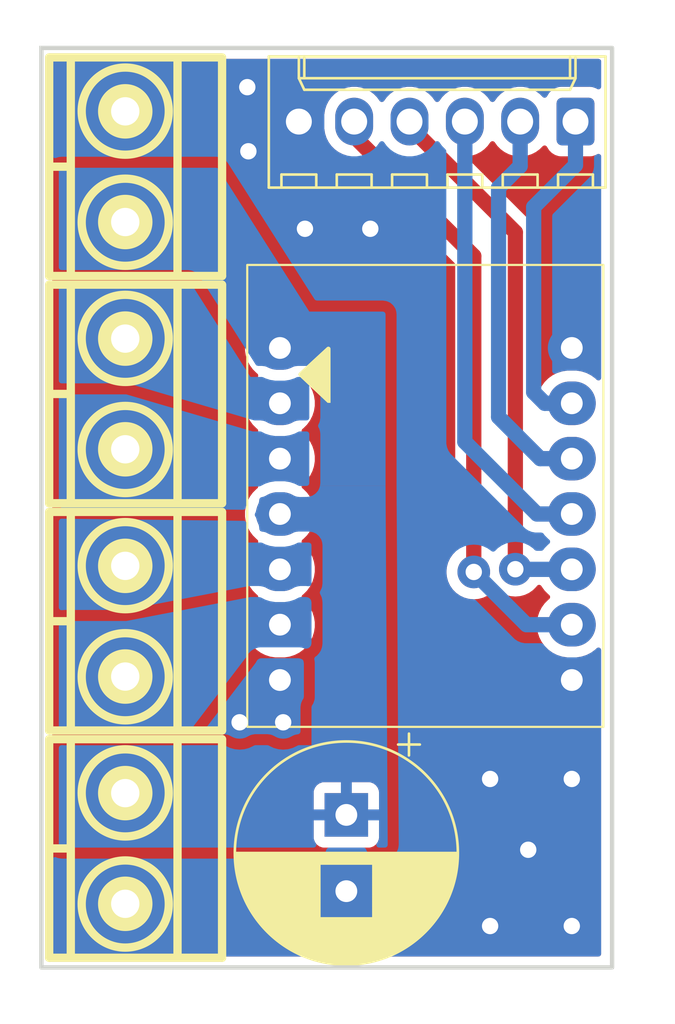
<source format=kicad_pcb>
(kicad_pcb (version 20240108) (generator "pcbnew") (generator_version "8.0")
  (layers (0 "F.Cu" signal) (31 "B.Cu" signal) (34 "B.Paste" user) (35 "F.Paste" user) (36 "B.SilkS" user "B.Silkscreen") (37 "F.SilkS" user "F.Silkscreen") (38 "B.Mask" user) (39 "F.Mask" user) (44 "Edge.Cuts" user))
  (net 0 "")
  (net 1 "GND")
  (net 2 "/VM")
  (net 3 "/IN_B2")
  (net 4 "/IN_B1")
  (net 5 "/VREF")
  (net 6 "/IN_A1")
  (net 7 "/IN_A2")
  (net 8 "/OUT_A1")
  (net 9 "/OUT_A2")
  (net 10 "/OUT_B1")
  (net 11 "/OUT_B2")
  (footprint "MixLib:Dual-Driver-Module" (layer "F.Cu") (at 152.65 96.76 180)
    (property "Reference" "U1" (hide yes))
    (property "Value" "Driver Module" (hide yes))
    (fp_rect (start -8.05 -10.5) (end 8.3 10.7) (stroke (width 0.1)) (fill none) (layer "F.SilkS"))
    (fp_poly (pts (xy 4.575 4.475) (xy 4.575 6.85) (xy 5.85 5.675)) (stroke (width 0.2)) (fill solid) (layer "F.SilkS"))
    (pad "1" thru_hole roundrect (at -6.6 -8.35 180) (size 2.2 2) (drill 1) (layers "*.Cu" "*.Mask") (roundrect_rratio 0.125) (net 1 "GND"))
    (pad "1" thru_hole oval (at -6.6 6.89 180) (size 2.2 2) (drill 1) (layers "*.Cu" "*.Mask") (net 1 "GND"))
    (pad "1" thru_hole roundrect (at 6.8 -8.35 180) (size 2.2 2) (drill 1) (layers "*.Cu" "*.Mask") (roundrect_rratio 0.125) (net 1 "GND"))
    (pad "2" thru_hole oval (at -6.6 -5.81 180) (size 2.2 2) (drill 1) (layers "*.Cu" "*.Mask") (net 3 "/IN_B2"))
    (pad "3" thru_hole oval (at -6.6 -3.27 180) (size 2.2 2) (drill 1) (layers "*.Cu" "*.Mask") (net 4 "/IN_B1"))
    (pad "4" thru_hole oval (at -6.6 -0.73 180) (size 2.2 2) (drill 1) (layers "*.Cu" "*.Mask") (net 5 "/VREF"))
    (pad "5" thru_hole oval (at -6.6 1.81 180) (size 2.2 2) (drill 1) (layers "*.Cu" "*.Mask") (net 7 "/IN_A2"))
    (pad "6" thru_hole oval (at -6.6 4.35 180) (size 2.2 2) (drill 1) (layers "*.Cu" "*.Mask") (net 6 "/IN_A1"))
    (pad "7" thru_hole oval (at 6.8 -5.81 180) (size 2.2 2) (drill 1) (layers "*.Cu" "*.Mask") (net 11 "/OUT_B2"))
    (pad "8" thru_hole oval (at 6.8 -3.27 180) (size 2.2 2) (drill 1) (layers "*.Cu" "*.Mask") (net 10 "/OUT_B1"))
    (pad "9" thru_hole oval (at 6.8 -0.73 180) (size 2.2 2) (drill 1) (layers "*.Cu" "*.Mask") (net 2 "/VM"))
    (pad "9" thru_hole oval (at 6.8 6.89 180) (size 2.2 2) (drill 1) (layers "*.Cu" "*.Mask") (net 2 "/VM"))
    (pad "10" thru_hole oval (at 6.8 1.81 180) (size 2.2 2) (drill 1) (layers "*.Cu" "*.Mask") (net 9 "/OUT_A2"))
    (pad "11" thru_hole oval (at 6.8 4.35 180) (size 2.2 2) (drill 1) (layers "*.Cu" "*.Mask") (net 8 "/OUT_A1"))
  )
  (footprint "EESTN5:BORNERA2_AZUL" (layer "F.Cu") (at 138.75 81.55 -90)
    (property "Reference" "J2" (hide yes))
    (property "Value" "Vout" (hide yes))
    (fp_line (start -4.9835 3.4925) (end 5.0165 3.4925) (stroke (width 0.381)) (layer "F.SilkS"))
    (fp_line (start 5.0165 3.4925) (end 5.0165 -4.445) (stroke (width 0.381)) (layer "F.SilkS"))
    (fp_line (start 0 2.54) (end 0 3.4845) (stroke (width 0.381)) (layer "F.SilkS"))
    (fp_line (start -5 2.5) (end 5 2.5) (stroke (width 0.381)) (layer "F.SilkS"))
    (fp_line (start -5 -2.4) (end 5 -2.4) (stroke (width 0.381)) (layer "F.SilkS"))
    (fp_line (start -5.0165 -4.445) (end -5.0165 3.4925) (stroke (width 0.381)) (layer "F.SilkS"))
    (fp_line (start 5.0165 -4.445) (end -4.9835 -4.445) (stroke (width 0.381)) (layer "F.SilkS"))
    (fp_circle (center -2.55 0) (end -0.55 0) (stroke (width 0.381)) (fill none) (layer "F.SilkS"))
    (fp_circle (center 2.55 0) (end 0.55 0) (stroke (width 0.381)) (fill none) (layer "F.SilkS"))
    (pad "1" thru_hole circle (at -2.54 0 270) (size 2.5 2.5) (drill 1.3) (layers "*.Cu" "*.Mask" "F.SilkS") (net 1 "GND"))
    (pad "2" thru_hole circle (at 2.54 0 270) (size 2.5 2.5) (drill 1.3) (layers "*.Cu" "*.Mask" "F.SilkS") (net 2 "/VM"))
  )
  (footprint "Connector_Molex:Molex_KK-254_AE-6410-06A_1x06_P2.54mm_Vertical" (layer "F.Cu") (at 159.42 79.48 180)
    (property "Reference" "J3" (hide yes))
    (property "Value" "Driver_pinout" (hide yes))
    (fp_line (start 14.08 2.99) (end 14.08 -3.03) (stroke (width 0.12)) (layer "F.SilkS"))
    (fp_line (start 14.08 -3.03) (end -1.38 -3.03) (stroke (width 0.12)) (layer "F.SilkS"))
    (fp_line (start 13.5 -2.43) (end 13.5 -3.03) (stroke (width 0.12)) (layer "F.SilkS"))
    (fp_line (start 12.7 1.99) (end 12.7 2.99) (stroke (width 0.12)) (layer "F.SilkS"))
    (fp_line (start 12.45 2.99) (end 12.45 1.99) (stroke (width 0.12)) (layer "F.SilkS"))
    (fp_line (start 12.45 1.46) (end 12.7 1.99) (stroke (width 0.12)) (layer "F.SilkS"))
    (fp_line (start 11.9 -2.43) (end 13.5 -2.43) (stroke (width 0.12)) (layer "F.SilkS"))
    (fp_line (start 11.9 -3.03) (end 11.9 -2.43) (stroke (width 0.12)) (layer "F.SilkS"))
    (fp_line (start 10.96 -2.43) (end 10.96 -3.03) (stroke (width 0.12)) (layer "F.SilkS"))
    (fp_line (start 9.36 -2.43) (end 10.96 -2.43) (stroke (width 0.12)) (layer "F.SilkS"))
    (fp_line (start 9.36 -3.03) (end 9.36 -2.43) (stroke (width 0.12)) (layer "F.SilkS"))
    (fp_line (start 8.42 -2.43) (end 8.42 -3.03) (stroke (width 0.12)) (layer "F.SilkS"))
    (fp_line (start 6.82 -2.43) (end 8.42 -2.43) (stroke (width 0.12)) (layer "F.SilkS"))
    (fp_line (start 6.82 -3.03) (end 6.82 -2.43) (stroke (width 0.12)) (layer "F.SilkS"))
    (fp_line (start 5.88 -2.43) (end 5.88 -3.03) (stroke (width 0.12)) (layer "F.SilkS"))
    (fp_line (start 4.28 -2.43) (end 5.88 -2.43) (stroke (width 0.12)) (layer "F.SilkS"))
    (fp_line (start 4.28 -3.03) (end 4.28 -2.43) (stroke (width 0.12)) (layer "F.SilkS"))
    (fp_line (start 3.34 -2.43) (end 3.34 -3.03) (stroke (width 0.12)) (layer "F.SilkS"))
    (fp_line (start 1.74 -2.43) (end 3.34 -2.43) (stroke (width 0.12)) (layer "F.SilkS"))
    (fp_line (start 1.74 -3.03) (end 1.74 -2.43) (stroke (width 0.12)) (layer "F.SilkS"))
    (fp_line (start 0.8 -2.43) (end 0.8 -3.03) (stroke (width 0.12)) (layer "F.SilkS"))
    (fp_line (start 0.25 2.99) (end 0.25 1.99) (stroke (width 0.12)) (layer "F.SilkS"))
    (fp_line (start 0.25 1.46) (end 12.45 1.46) (stroke (width 0.12)) (layer "F.SilkS"))
    (fp_line (start 0 2.99) (end 0 1.99) (stroke (width 0.12)) (layer "F.SilkS"))
    (fp_line (start 0 1.99) (end 12.7 1.99) (stroke (width 0.12)) (layer "F.SilkS"))
    (fp_line (start 0 1.99) (end 0.25 1.46) (stroke (width 0.12)) (layer "F.SilkS"))
    (fp_line (start -0.8 -2.43) (end 0.8 -2.43) (stroke (width 0.12)) (layer "F.SilkS"))
    (fp_line (start -0.8 -3.03) (end -0.8 -2.43) (stroke (width 0.12)) (layer "F.SilkS"))
    (fp_line (start -1.38 2.99) (end 14.08 2.99) (stroke (width 0.12)) (layer "F.SilkS"))
    (fp_line (start -1.38 -3.03) (end -1.38 2.99) (stroke (width 0.12)) (layer "F.SilkS"))
    (fp_line (start -1.67 -2) (end -1.67 2) (stroke (width 0.12)) (layer "F.SilkS"))
    (pad "1" thru_hole roundrect (at 0 0 180) (size 1.74 2.19) (drill 1.19) (layers "*.Cu" "*.Mask") (roundrect_rratio 0.143678) (net 6 "/IN_A1"))
    (pad "2" thru_hole oval (at 2.54 0 180) (size 1.74 2.19) (drill 1.19) (layers "*.Cu" "*.Mask") (net 7 "/IN_A2"))
    (pad "3" thru_hole oval (at 5.08 0 180) (size 1.74 2.19) (drill 1.19) (layers "*.Cu" "*.Mask") (net 5 "/VREF"))
    (pad "4" thru_hole oval (at 7.62 0 180) (size 1.74 2.19) (drill 1.19) (layers "*.Cu" "*.Mask") (net 4 "/IN_B1"))
    (pad "5" thru_hole oval (at 10.16 0 180) (size 1.74 2.19) (drill 1.19) (layers "*.Cu" "*.Mask") (net 3 "/IN_B2"))
    (pad "6" thru_hole oval (at 12.7 0 180) (size 1.74 2.19) (drill 1.19) (layers "*.Cu" "*.Mask") (net 1 "GND"))
  )
  (footprint "EESTN5:BORNERA2_AZUL" (layer "F.Cu") (at 138.75 102.41 -90)
    (property "Reference" "J5" (hide yes))
    (property "Value" "MotorB" (hide yes))
    (fp_line (start -4.9835 3.4925) (end 5.0165 3.4925) (stroke (width 0.381)) (layer "F.SilkS"))
    (fp_line (start 5.0165 3.4925) (end 5.0165 -4.445) (stroke (width 0.381)) (layer "F.SilkS"))
    (fp_line (start 0 2.54) (end 0 3.4845) (stroke (width 0.381)) (layer "F.SilkS"))
    (fp_line (start -5 2.5) (end 5 2.5) (stroke (width 0.381)) (layer "F.SilkS"))
    (fp_line (start -5 -2.4) (end 5 -2.4) (stroke (width 0.381)) (layer "F.SilkS"))
    (fp_line (start -5.0165 -4.445) (end -5.0165 3.4925) (stroke (width 0.381)) (layer "F.SilkS"))
    (fp_line (start 5.0165 -4.445) (end -4.9835 -4.445) (stroke (width 0.381)) (layer "F.SilkS"))
    (fp_circle (center -2.55 0) (end -0.55 0) (stroke (width 0.381)) (fill none) (layer "F.SilkS"))
    (fp_circle (center 2.55 0) (end 0.55 0) (stroke (width 0.381)) (fill none) (layer "F.SilkS"))
    (pad "1" thru_hole circle (at -2.54 0 270) (size 2.5 2.5) (drill 1.3) (layers "*.Cu" "*.Mask" "F.SilkS") (net 10 "/OUT_B1"))
    (pad "2" thru_hole circle (at 2.54 0 270) (size 2.5 2.5) (drill 1.3) (layers "*.Cu" "*.Mask" "F.SilkS") (net 11 "/OUT_B2"))
  )
  (footprint "EESTN5:BORNERA2_AZUL" (layer "F.Cu") (at 138.75 112.84 -90)
    (property "Reference" "J1" (hide yes))
    (property "Value" "Vin" (hide yes))
    (fp_line (start -4.9835 3.4925) (end 5.0165 3.4925) (stroke (width 0.381)) (layer "F.SilkS"))
    (fp_line (start 5.0165 3.4925) (end 5.0165 -4.445) (stroke (width 0.381)) (layer "F.SilkS"))
    (fp_line (start 0 2.54) (end 0 3.4845) (stroke (width 0.381)) (layer "F.SilkS"))
    (fp_line (start -5 2.5) (end 5 2.5) (stroke (width 0.381)) (layer "F.SilkS"))
    (fp_line (start -5 -2.4) (end 5 -2.4) (stroke (width 0.381)) (layer "F.SilkS"))
    (fp_line (start -5.0165 -4.445) (end -5.0165 3.4925) (stroke (width 0.381)) (layer "F.SilkS"))
    (fp_line (start 5.0165 -4.445) (end -4.9835 -4.445) (stroke (width 0.381)) (layer "F.SilkS"))
    (fp_circle (center -2.55 0) (end -0.55 0) (stroke (width 0.381)) (fill none) (layer "F.SilkS"))
    (fp_circle (center 2.55 0) (end 0.55 0) (stroke (width 0.381)) (fill none) (layer "F.SilkS"))
    (pad "1" thru_hole circle (at -2.54 0 270) (size 2.5 2.5) (drill 1.3) (layers "*.Cu" "*.Mask" "F.SilkS") (net 2 "/VM"))
    (pad "2" thru_hole circle (at 2.54 0 270) (size 2.5 2.5) (drill 1.3) (layers "*.Cu" "*.Mask" "F.SilkS") (net 1 "GND"))
  )
  (footprint "EESTN5:BORNERA2_AZUL" (layer "F.Cu") (at 138.75 91.98 -90)
    (property "Reference" "J4" (hide yes))
    (property "Value" "MotorA" (hide yes))
    (fp_line (start -4.9835 3.4925) (end 5.0165 3.4925) (stroke (width 0.381)) (layer "F.SilkS"))
    (fp_line (start 5.0165 3.4925) (end 5.0165 -4.445) (stroke (width 0.381)) (layer "F.SilkS"))
    (fp_line (start 0 2.54) (end 0 3.4845) (stroke (width 0.381)) (layer "F.SilkS"))
    (fp_line (start -5 2.5) (end 5 2.5) (stroke (width 0.381)) (layer "F.SilkS"))
    (fp_line (start -5 -2.4) (end 5 -2.4) (stroke (width 0.381)) (layer "F.SilkS"))
    (fp_line (start -5.0165 -4.445) (end -5.0165 3.4925) (stroke (width 0.381)) (layer "F.SilkS"))
    (fp_line (start 5.0165 -4.445) (end -4.9835 -4.445) (stroke (width 0.381)) (layer "F.SilkS"))
    (fp_circle (center -2.55 0) (end -0.55 0) (stroke (width 0.381)) (fill none) (layer "F.SilkS"))
    (fp_circle (center 2.55 0) (end 0.55 0) (stroke (width 0.381)) (fill none) (layer "F.SilkS"))
    (pad "1" thru_hole circle (at -2.54 0 270) (size 2.5 2.5) (drill 1.3) (layers "*.Cu" "*.Mask" "F.SilkS") (net 8 "/OUT_A1"))
    (pad "2" thru_hole circle (at 2.54 0 270) (size 2.5 2.5) (drill 1.3) (layers "*.Cu" "*.Mask" "F.SilkS") (net 9 "/OUT_A2"))
  )
  (footprint "Capacitor_THT:CP_Radial_D10.0mm_P3.50mm" (layer "F.Cu") (at 148.9 111.3 -90)
    (property "Reference" "C1" (hide yes))
    (property "Value" "220uF" (hide yes))
    (fp_line (start 2.27 1.241) (end 2.27 5.054) (stroke (width 0.12)) (layer "F.SilkS"))
    (fp_line (start 2.31 1.241) (end 2.31 5.05) (stroke (width 0.12)) (layer "F.SilkS"))
    (fp_line (start 2.35 1.241) (end 2.35 5.045) (stroke (width 0.12)) (layer "F.SilkS"))
    (fp_line (start 2.39 1.241) (end 2.39 5.04) (stroke (width 0.12)) (layer "F.SilkS"))
    (fp_line (start 2.43 1.241) (end 2.43 5.035) (stroke (width 0.12)) (layer "F.SilkS"))
    (fp_line (start 2.471 1.241) (end 2.471 5.03) (stroke (width 0.12)) (layer "F.SilkS"))
    (fp_line (start 2.511 1.241) (end 2.511 5.024) (stroke (width 0.12)) (layer "F.SilkS"))
    (fp_line (start 2.551 1.241) (end 2.551 5.018) (stroke (width 0.12)) (layer "F.SilkS"))
    (fp_line (start 2.591 1.241) (end 2.591 5.011) (stroke (width 0.12)) (layer "F.SilkS"))
    (fp_line (start 2.631 1.241) (end 2.631 5.004) (stroke (width 0.12)) (layer "F.SilkS"))
    (fp_line (start 2.671 1.241) (end 2.671 4.997) (stroke (width 0.12)) (layer "F.SilkS"))
    (fp_line (start 2.711 1.241) (end 2.711 4.99) (stroke (width 0.12)) (layer "F.SilkS"))
    (fp_line (start 2.751 1.241) (end 2.751 4.982) (stroke (width 0.12)) (layer "F.SilkS"))
    (fp_line (start 2.791 1.241) (end 2.791 4.974) (stroke (width 0.12)) (layer "F.SilkS"))
    (fp_line (start 2.831 1.241) (end 2.831 4.965) (stroke (width 0.12)) (layer "F.SilkS"))
    (fp_line (start 2.871 1.241) (end 2.871 4.956) (stroke (width 0.12)) (layer "F.SilkS"))
    (fp_line (start 2.911 1.241) (end 2.911 4.947) (stroke (width 0.12)) (layer "F.SilkS"))
    (fp_line (start 2.951 1.241) (end 2.951 4.938) (stroke (width 0.12)) (layer "F.SilkS"))
    (fp_line (start 2.991 1.241) (end 2.991 4.928) (stroke (width 0.12)) (layer "F.SilkS"))
    (fp_line (start 3.031 1.241) (end 3.031 4.918) (stroke (width 0.12)) (layer "F.SilkS"))
    (fp_line (start 3.071 1.241) (end 3.071 4.907) (stroke (width 0.12)) (layer "F.SilkS"))
    (fp_line (start 3.111 1.241) (end 3.111 4.897) (stroke (width 0.12)) (layer "F.SilkS"))
    (fp_line (start 3.151 1.241) (end 3.151 4.885) (stroke (width 0.12)) (layer "F.SilkS"))
    (fp_line (start 3.191 1.241) (end 3.191 4.874) (stroke (width 0.12)) (layer "F.SilkS"))
    (fp_line (start 3.231 1.241) (end 3.231 4.862) (stroke (width 0.12)) (layer "F.SilkS"))
    (fp_line (start 3.271 1.241) (end 3.271 4.85) (stroke (width 0.12)) (layer "F.SilkS"))
    (fp_line (start 3.311 1.241) (end 3.311 4.837) (stroke (width 0.12)) (layer "F.SilkS"))
    (fp_line (start 3.351 1.241) (end 3.351 4.824) (stroke (width 0.12)) (layer "F.SilkS"))
    (fp_line (start 3.391 1.241) (end 3.391 4.811) (stroke (width 0.12)) (layer "F.SilkS"))
    (fp_line (start 3.431 1.241) (end 3.431 4.797) (stroke (width 0.12)) (layer "F.SilkS"))
    (fp_line (start 3.471 1.241) (end 3.471 4.783) (stroke (width 0.12)) (layer "F.SilkS"))
    (fp_line (start 3.511 1.241) (end 3.511 4.768) (stroke (width 0.12)) (layer "F.SilkS"))
    (fp_line (start 3.551 1.241) (end 3.551 4.754) (stroke (width 0.12)) (layer "F.SilkS"))
    (fp_line (start 3.591 1.241) (end 3.591 4.738) (stroke (width 0.12)) (layer "F.SilkS"))
    (fp_line (start 3.631 1.241) (end 3.631 4.723) (stroke (width 0.12)) (layer "F.SilkS"))
    (fp_line (start 3.671 1.241) (end 3.671 4.707) (stroke (width 0.12)) (layer "F.SilkS"))
    (fp_line (start 3.711 1.241) (end 3.711 4.69) (stroke (width 0.12)) (layer "F.SilkS"))
    (fp_line (start 3.751 1.241) (end 3.751 4.674) (stroke (width 0.12)) (layer "F.SilkS"))
    (fp_line (start 3.791 1.241) (end 3.791 4.657) (stroke (width 0.12)) (layer "F.SilkS"))
    (fp_line (start 3.831 1.241) (end 3.831 4.639) (stroke (width 0.12)) (layer "F.SilkS"))
    (fp_line (start 3.871 1.241) (end 3.871 4.621) (stroke (width 0.12)) (layer "F.SilkS"))
    (fp_line (start 3.911 1.241) (end 3.911 4.603) (stroke (width 0.12)) (layer "F.SilkS"))
    (fp_line (start 3.951 1.241) (end 3.951 4.584) (stroke (width 0.12)) (layer "F.SilkS"))
    (fp_line (start 3.991 1.241) (end 3.991 4.564) (stroke (width 0.12)) (layer "F.SilkS"))
    (fp_line (start 4.031 1.241) (end 4.031 4.545) (stroke (width 0.12)) (layer "F.SilkS"))
    (fp_line (start 4.071 1.241) (end 4.071 4.525) (stroke (width 0.12)) (layer "F.SilkS"))
    (fp_line (start 4.111 1.241) (end 4.111 4.504) (stroke (width 0.12)) (layer "F.SilkS"))
    (fp_line (start 4.151 1.241) (end 4.151 4.483) (stroke (width 0.12)) (layer "F.SilkS"))
    (fp_line (start 4.191 1.241) (end 4.191 4.462) (stroke (width 0.12)) (layer "F.SilkS"))
    (fp_line (start 4.231 1.241) (end 4.231 4.44) (stroke (width 0.12)) (layer "F.SilkS"))
    (fp_line (start 4.271 1.241) (end 4.271 4.417) (stroke (width 0.12)) (layer "F.SilkS"))
    (fp_line (start 4.311 1.241) (end 4.311 4.395) (stroke (width 0.12)) (layer "F.SilkS"))
    (fp_line (start 4.351 1.241) (end 4.351 4.371) (stroke (width 0.12)) (layer "F.SilkS"))
    (fp_line (start 4.391 1.241) (end 4.391 4.347) (stroke (width 0.12)) (layer "F.SilkS"))
    (fp_line (start 4.431 1.241) (end 4.431 4.323) (stroke (width 0.12)) (layer "F.SilkS"))
    (fp_line (start 4.471 1.241) (end 4.471 4.298) (stroke (width 0.12)) (layer "F.SilkS"))
    (fp_line (start 4.511 1.241) (end 4.511 4.273) (stroke (width 0.12)) (layer "F.SilkS"))
    (fp_line (start 4.551 1.241) (end 4.551 4.247) (stroke (width 0.12)) (layer "F.SilkS"))
    (fp_line (start 4.591 1.241) (end 4.591 4.221) (stroke (width 0.12)) (layer "F.SilkS"))
    (fp_line (start 4.631 1.241) (end 4.631 4.194) (stroke (width 0.12)) (layer "F.SilkS"))
    (fp_line (start 4.671 1.241) (end 4.671 4.166) (stroke (width 0.12)) (layer "F.SilkS"))
    (fp_line (start 4.711 1.241) (end 4.711 4.138) (stroke (width 0.12)) (layer "F.SilkS"))
    (fp_line (start 6.831 -0.599) (end 6.831 0.599) (stroke (width 0.12)) (layer "F.SilkS"))
    (fp_line (start 6.791 -0.862) (end 6.791 0.862) (stroke (width 0.12)) (layer "F.SilkS"))
    (fp_line (start 6.751 -1.062) (end 6.751 1.062) (stroke (width 0.12)) (layer "F.SilkS"))
    (fp_line (start 6.711 -1.23) (end 6.711 1.23) (stroke (width 0.12)) (layer "F.SilkS"))
    (fp_line (start 6.671 -1.378) (end 6.671 1.378) (stroke (width 0.12)) (layer "F.SilkS"))
    (fp_line (start 6.631 -1.51) (end 6.631 1.51) (stroke (width 0.12)) (layer "F.SilkS"))
    (fp_line (start 6.591 -1.63) (end 6.591 1.63) (stroke (width 0.12)) (layer "F.SilkS"))
    (fp_line (start 6.551 -1.742) (end 6.551 1.742) (stroke (width 0.12)) (layer "F.SilkS"))
    (fp_line (start 6.511 -1.846) (end 6.511 1.846) (stroke (width 0.12)) (layer "F.SilkS"))
    (fp_line (start 6.471 -1.944) (end 6.471 1.944) (stroke (width 0.12)) (layer "F.SilkS"))
    (fp_line (start 6.431 -2.037) (end 6.431 2.037) (stroke (width 0.12)) (layer "F.SilkS"))
    (fp_line (start 6.391 -2.125) (end 6.391 2.125) (stroke (width 0.12)) (layer "F.SilkS"))
    (fp_line (start 6.351 -2.209) (end 6.351 2.209) (stroke (width 0.12)) (layer "F.SilkS"))
    (fp_line (start 6.311 -2.289) (end 6.311 2.289) (stroke (width 0.12)) (layer "F.SilkS"))
    (fp_line (start 6.271 -2.365) (end 6.271 2.365) (stroke (width 0.12)) (layer "F.SilkS"))
    (fp_line (start 6.231 -2.439) (end 6.231 2.439) (stroke (width 0.12)) (layer "F.SilkS"))
    (fp_line (start 6.191 -2.51) (end 6.191 2.51) (stroke (width 0.12)) (layer "F.SilkS"))
    (fp_line (start 6.151 -2.579) (end 6.151 2.579) (stroke (width 0.12)) (layer "F.SilkS"))
    (fp_line (start 6.111 -2.645) (end 6.111 2.645) (stroke (width 0.12)) (layer "F.SilkS"))
    (fp_line (start 6.071 -2.709) (end 6.071 2.709) (stroke (width 0.12)) (layer "F.SilkS"))
    (fp_line (start 6.031 -2.77) (end 6.031 2.77) (stroke (width 0.12)) (layer "F.SilkS"))
    (fp_line (start 5.991 -2.83) (end 5.991 2.83) (stroke (width 0.12)) (layer "F.SilkS"))
    (fp_line (start -3.729646 -2.875) (end -2.729646 -2.875) (stroke (width 0.12)) (layer "F.SilkS"))
    (fp_line (start 5.951 -2.889) (end 5.951 2.889) (stroke (width 0.12)) (layer "F.SilkS"))
    (fp_line (start 5.911 -2.945) (end 5.911 2.945) (stroke (width 0.12)) (layer "F.SilkS"))
    (fp_line (start 5.871 -3) (end 5.871 3) (stroke (width 0.12)) (layer "F.SilkS"))
    (fp_line (start 5.831 -3.054) (end 5.831 3.054) (stroke (width 0.12)) (layer "F.SilkS"))
    (fp_line (start 5.791 -3.106) (end 5.791 3.106) (stroke (width 0.12)) (layer "F.SilkS"))
    (fp_line (start 5.751 -3.156) (end 5.751 3.156) (stroke (width 0.12)) (layer "F.SilkS"))
    (fp_line (start 5.711 -3.206) (end 5.711 3.206) (stroke (width 0.12)) (layer "F.SilkS"))
    (fp_line (start 5.671 -3.254) (end 5.671 3.254) (stroke (width 0.12)) (layer "F.SilkS"))
    (fp_line (start 5.631 -3.301) (end 5.631 3.301) (stroke (width 0.12)) (layer "F.SilkS"))
    (fp_line (start 5.591 -3.347) (end 5.591 3.347) (stroke (width 0.12)) (layer "F.SilkS"))
    (fp_line (start -3.229646 -3.375) (end -3.229646 -2.375) (stroke (width 0.12)) (layer "F.SilkS"))
    (fp_line (start 5.551 -3.392) (end 5.551 3.392) (stroke (width 0.12)) (layer "F.SilkS"))
    (fp_line (start 5.511 -3.436) (end 5.511 3.436) (stroke (width 0.12)) (layer "F.SilkS"))
    (fp_line (start 5.471 -3.478) (end 5.471 3.478) (stroke (width 0.12)) (layer "F.SilkS"))
    (fp_line (start 5.431 -3.52) (end 5.431 3.52) (stroke (width 0.12)) (layer "F.SilkS"))
    (fp_line (start 5.391 -3.561) (end 5.391 3.561) (stroke (width 0.12)) (layer "F.SilkS"))
    (fp_line (start 5.351 -3.601) (end 5.351 3.601) (stroke (width 0.12)) (layer "F.SilkS"))
    (fp_line (start 5.311 -3.64) (end 5.311 3.64) (stroke (width 0.12)) (layer "F.SilkS"))
    (fp_line (start 5.271 -3.679) (end 5.271 3.679) (stroke (width 0.12)) (layer "F.SilkS"))
    (fp_line (start 5.231 -3.716) (end 5.231 3.716) (stroke (width 0.12)) (layer "F.SilkS"))
    (fp_line (start 5.191 -3.753) (end 5.191 3.753) (stroke (width 0.12)) (layer "F.SilkS"))
    (fp_line (start 5.151 -3.789) (end 5.151 3.789) (stroke (width 0.12)) (layer "F.SilkS"))
    (fp_line (start 5.111 -3.824) (end 5.111 3.824) (stroke (width 0.12)) (layer "F.SilkS"))
    (fp_line (start 5.071 -3.858) (end 5.071 3.858) (stroke (width 0.12)) (layer "F.SilkS"))
    (fp_line (start 5.031 -3.892) (end 5.031 3.892) (stroke (width 0.12)) (layer "F.SilkS"))
    (fp_line (start 4.991 -3.925) (end 4.991 3.925) (stroke (width 0.12)) (layer "F.SilkS"))
    (fp_line (start 4.951 -3.957) (end 4.951 3.957) (stroke (width 0.12)) (layer "F.SilkS"))
    (fp_line (start 4.911 -3.989) (end 4.911 3.989) (stroke (width 0.12)) (layer "F.SilkS"))
    (fp_line (start 4.871 -4.02) (end 4.871 4.02) (stroke (width 0.12)) (layer "F.SilkS"))
    (fp_line (start 4.831 -4.05) (end 4.831 4.05) (stroke (width 0.12)) (layer "F.SilkS"))
    (fp_line (start 4.791 -4.08) (end 4.791 4.08) (stroke (width 0.12)) (layer "F.SilkS"))
    (fp_line (start 4.751 -4.11) (end 4.751 4.11) (stroke (width 0.12)) (layer "F.SilkS"))
    (fp_line (start 4.711 -4.138) (end 4.711 -1.241) (stroke (width 0.12)) (layer "F.SilkS"))
    (fp_line (start 4.671 -4.166) (end 4.671 -1.241) (stroke (width 0.12)) (layer "F.SilkS"))
    (fp_line (start 4.631 -4.194) (end 4.631 -1.241) (stroke (width 0.12)) (layer "F.SilkS"))
    (fp_line (start 4.591 -4.221) (end 4.591 -1.241) (stroke (width 0.12)) (layer "F.SilkS"))
    (fp_line (start 4.551 -4.247) (end 4.551 -1.241) (stroke (width 0.12)) (layer "F.SilkS"))
    (fp_line (start 4.511 -4.273) (end 4.511 -1.241) (stroke (width 0.12)) (layer "F.SilkS"))
    (fp_line (start 4.471 -4.298) (end 4.471 -1.241) (stroke (width 0.12)) (layer "F.SilkS"))
    (fp_line (start 4.431 -4.323) (end 4.431 -1.241) (stroke (width 0.12)) (layer "F.SilkS"))
    (fp_line (start 4.391 -4.347) (end 4.391 -1.241) (stroke (width 0.12)) (layer "F.SilkS"))
    (fp_line (start 4.351 -4.371) (end 4.351 -1.241) (stroke (width 0.12)) (layer "F.SilkS"))
    (fp_line (start 4.311 -4.395) (end 4.311 -1.241) (stroke (width 0.12)) (layer "F.SilkS"))
    (fp_line (start 4.271 -4.417) (end 4.271 -1.241) (stroke (width 0.12)) (layer "F.SilkS"))
    (fp_line (start 4.231 -4.44) (end 4.231 -1.241) (stroke (width 0.12)) (layer "F.SilkS"))
    (fp_line (start 4.191 -4.462) (end 4.191 -1.241) (stroke (width 0.12)) (layer "F.SilkS"))
    (fp_line (start 4.151 -4.483) (end 4.151 -1.241) (stroke (width 0.12)) (layer "F.SilkS"))
    (fp_line (start 4.111 -4.504) (end 4.111 -1.241) (stroke (width 0.12)) (layer "F.SilkS"))
    (fp_line (start 4.071 -4.525) (end 4.071 -1.241) (stroke (width 0.12)) (layer "F.SilkS"))
    (fp_line (start 4.031 -4.545) (end 4.031 -1.241) (stroke (width 0.12)) (layer "F.SilkS"))
    (fp_line (start 3.991 -4.564) (end 3.991 -1.241) (stroke (width 0.12)) (layer "F.SilkS"))
    (fp_line (start 3.951 -4.584) (end 3.951 -1.241) (stroke (width 0.12)) (layer "F.SilkS"))
    (fp_line (start 3.911 -4.603) (end 3.911 -1.241) (stroke (width 0.12)) (layer "F.SilkS"))
    (fp_line (start 3.871 -4.621) (end 3.871 -1.241) (stroke (width 0.12)) (layer "F.SilkS"))
    (fp_line (start 3.831 -4.639) (end 3.831 -1.241) (stroke (width 0.12)) (layer "F.SilkS"))
    (fp_line (start 3.791 -4.657) (end 3.791 -1.241) (stroke (width 0.12)) (layer "F.SilkS"))
    (fp_line (start 3.751 -4.674) (end 3.751 -1.241) (stroke (width 0.12)) (layer "F.SilkS"))
    (fp_line (start 3.711 -4.69) (end 3.711 -1.241) (stroke (width 0.12)) (layer "F.SilkS"))
    (fp_line (start 3.671 -4.707) (end 3.671 -1.241) (stroke (width 0.12)) (layer "F.SilkS"))
    (fp_line (start 3.631 -4.723) (end 3.631 -1.241) (stroke (width 0.12)) (layer "F.SilkS"))
    (fp_line (start 3.591 -4.738) (end 3.591 -1.241) (stroke (width 0.12)) (layer "F.SilkS"))
    (fp_line (start 3.551 -4.754) (end 3.551 -1.241) (stroke (width 0.12)) (layer "F.SilkS"))
    (fp_line (start 3.511 -4.768) (end 3.511 -1.241) (stroke (width 0.12)) (layer "F.SilkS"))
    (fp_line (start 3.471 -4.783) (end 3.471 -1.241) (stroke (width 0.12)) (layer "F.SilkS"))
    (fp_line (start 3.431 -4.797) (end 3.431 -1.241) (stroke (width 0.12)) (layer "F.SilkS"))
    (fp_line (start 3.391 -4.811) (end 3.391 -1.241) (stroke (width 0.12)) (layer "F.SilkS"))
    (fp_line (start 3.351 -4.824) (end 3.351 -1.241) (stroke (width 0.12)) (layer "F.SilkS"))
    (fp_line (start 3.311 -4.837) (end 3.311 -1.241) (stroke (width 0.12)) (layer "F.SilkS"))
    (fp_line (start 3.271 -4.85) (end 3.271 -1.241) (stroke (width 0.12)) (layer "F.SilkS"))
    (fp_line (start 3.231 -4.862) (end 3.231 -1.241) (stroke (width 0.12)) (layer "F.SilkS"))
    (fp_line (start 3.191 -4.874) (end 3.191 -1.241) (stroke (width 0.12)) (layer "F.SilkS"))
    (fp_line (start 3.151 -4.885) (end 3.151 -1.241) (stroke (width 0.12)) (layer "F.SilkS"))
    (fp_line (start 3.111 -4.897) (end 3.111 -1.241) (stroke (width 0.12)) (layer "F.SilkS"))
    (fp_line (start 3.071 -4.907) (end 3.071 -1.241) (stroke (width 0.12)) (layer "F.SilkS"))
    (fp_line (start 3.031 -4.918) (end 3.031 -1.241) (stroke (width 0.12)) (layer "F.SilkS"))
    (fp_line (start 2.991 -4.928) (end 2.991 -1.241) (stroke (width 0.12)) (layer "F.SilkS"))
    (fp_line (start 2.951 -4.938) (end 2.951 -1.241) (stroke (width 0.12)) (layer "F.SilkS"))
    (fp_line (start 2.911 -4.947) (end 2.911 -1.241) (stroke (width 0.12)) (layer "F.SilkS"))
    (fp_line (start 2.871 -4.956) (end 2.871 -1.241) (stroke (width 0.12)) (layer "F.SilkS"))
    (fp_line (start 2.831 -4.965) (end 2.831 -1.241) (stroke (width 0.12)) (layer "F.SilkS"))
    (fp_line (start 2.791 -4.974) (end 2.791 -1.241) (stroke (width 0.12)) (layer "F.SilkS"))
    (fp_line (start 2.751 -4.982) (end 2.751 -1.241) (stroke (width 0.12)) (layer "F.SilkS"))
    (fp_line (start 2.711 -4.99) (end 2.711 -1.241) (stroke (width 0.12)) (layer "F.SilkS"))
    (fp_line (start 2.671 -4.997) (end 2.671 -1.241) (stroke (width 0.12)) (layer "F.SilkS"))
    (fp_line (start 2.631 -5.004) (end 2.631 -1.241) (stroke (width 0.12)) (layer "F.SilkS"))
    (fp_line (start 2.591 -5.011) (end 2.591 -1.241) (stroke (width 0.12)) (layer "F.SilkS"))
    (fp_line (start 2.551 -5.018) (end 2.551 -1.241) (stroke (width 0.12)) (layer "F.SilkS"))
    (fp_line (start 2.511 -5.024) (end 2.511 -1.241) (stroke (width 0.12)) (layer "F.SilkS"))
    (fp_line (start 2.471 -5.03) (end 2.471 -1.241) (stroke (width 0.12)) (layer "F.SilkS"))
    (fp_line (start 2.43 -5.035) (end 2.43 -1.241) (stroke (width 0.12)) (layer "F.SilkS"))
    (fp_line (start 2.39 -5.04) (end 2.39 -1.241) (stroke (width 0.12)) (layer "F.SilkS"))
    (fp_line (start 2.35 -5.045) (end 2.35 -1.241) (stroke (width 0.12)) (layer "F.SilkS"))
    (fp_line (start 2.31 -5.05) (end 2.31 -1.241) (stroke (width 0.12)) (layer "F.SilkS"))
    (fp_line (start 2.27 -5.054) (end 2.27 -1.241) (stroke (width 0.12)) (layer "F.SilkS"))
    (fp_line (start 2.23 -5.058) (end 2.23 5.058) (stroke (width 0.12)) (layer "F.SilkS"))
    (fp_line (start 2.19 -5.062) (end 2.19 5.062) (stroke (width 0.12)) (layer "F.SilkS"))
    (fp_line (start 2.15 -5.065) (end 2.15 5.065) (stroke (width 0.12)) (layer "F.SilkS"))
    (fp_line (start 2.11 -5.068) (end 2.11 5.068) (stroke (width 0.12)) (layer "F.SilkS"))
    (fp_line (start 2.07 -5.07) (end 2.07 5.07) (stroke (width 0.12)) (layer "F.SilkS"))
    (fp_line (start 2.03 -5.073) (end 2.03 5.073) (stroke (width 0.12)) (layer "F.SilkS"))
    (fp_line (start 1.99 -5.075) (end 1.99 5.075) (stroke (width 0.12)) (layer "F.SilkS"))
    (fp_line (start 1.95 -5.077) (end 1.95 5.077) (stroke (width 0.12)) (layer "F.SilkS"))
    (fp_line (start 1.91 -5.078) (end 1.91 5.078) (stroke (width 0.12)) (layer "F.SilkS"))
    (fp_line (start 1.87 -5.079) (end 1.87 5.079) (stroke (width 0.12)) (layer "F.SilkS"))
    (fp_line (start 1.75 -5.08) (end 1.75 5.08) (stroke (width 0.12)) (layer "F.SilkS"))
    (fp_line (start 1.79 -5.08) (end 1.79 5.08) (stroke (width 0.12)) (layer "F.SilkS"))
    (fp_line (start 1.83 -5.08) (end 1.83 5.08) (stroke (width 0.12)) (layer "F.SilkS"))
    (fp_circle (center 1.75 0) (end 6.87 0) (stroke (width 0.12)) (fill none) (layer "F.SilkS"))
    (pad "1" thru_hole rect (at 0 0 270) (size 2 2) (drill 1) (layers "*.Cu" "*.Mask") (net 2 "/VM"))
    (pad "2" thru_hole circle (at 3.5 0 270) (size 2 2) (drill 1) (layers "*.Cu" "*.Mask") (net 1 "GND"))
  )
  (gr_rect (start 134.9 76.1) (end 161.1 118.3) (stroke (width 0.2)) (fill none) (layer "Edge.Cuts"))
  (via (at 144 107.05) (size 1.5) (drill 0.75) (layers "F.Cu" "B.Cu") (net 1))
  (via (at 157.25 112.9) (size 2) (drill 0.75) (layers "F.Cu" "B.Cu") (net 1))
  (via (at 155.5 116.4) (size 2) (drill 0.75) (layers "F.Cu" "B.Cu") (net 1))
  (via (at 155.5 109.65) (size 2) (drill 0.75) (layers "F.Cu" "B.Cu") (net 1))
  (via (at 150 84.4) (size 2) (drill 0.75) (layers "F.Cu" "B.Cu") (net 1))
  (via (at 144.402328 80.843159) (size 2) (drill 0.75) (layers "F.Cu" "B.Cu") (net 1))
  (via (at 147 84.4) (size 2) (drill 0.75) (layers "F.Cu" "B.Cu") (net 1))
  (via (at 159.25 109.65) (size 2) (drill 0.75) (layers "F.Cu" "B.Cu") (net 1))
  (via (at 159.25 116.4) (size 2) (drill 0.75) (layers "F.Cu" "B.Cu") (net 1))
  (via (at 146 107.05) (size 1.5) (drill 0.75) (layers "F.Cu" "B.Cu") (net 1))
  (via (at 144.352118 77.9) (size 2) (drill 0.75) (layers "F.Cu" "B.Cu") (net 1))
  (segment (start 149.26 80.16) (end 149.26 79.48) (width 0.7) (layer "F.Cu") (net 3))
  (segment (start 154.75 85.65) (end 149.26 80.16) (width 0.7) (layer "F.Cu") (net 3))
  (segment (start 154.75 100.15) (end 154.75 85.65) (width 0.7) (layer "F.Cu") (net 3))
  (via (at 154.75 100.15) (size 1.5) (drill 0.75) (layers "F.Cu" "B.Cu") (net 3))
  (segment (start 157.17 102.57) (end 154.75 100.15) (width 0.7) (layer "B.Cu") (net 3))
  (segment (start 159.25 102.57) (end 157.17 102.57) (width 0.7) (layer "B.Cu") (net 3))
  (segment (start 156.658203 84.558203) (end 151.8 79.7) (width 0.7) (layer "F.Cu") (net 4))
  (segment (start 151.8 79.7) (end 151.8 79.48) (width 0.7) (layer "F.Cu") (net 4))
  (segment (start 156.658203 100.023436) (end 156.658203 84.558203) (width 0.7) (layer "F.Cu") (net 4))
  (via (at 156.658203 100.023436) (size 1.5) (drill 0.75) (layers "F.Cu" "B.Cu") (net 4))
  (segment (start 159.25 100.03) (end 156.664767 100.03) (width 0.7) (layer "B.Cu") (net 4))
  (segment (start 156.664767 100.03) (end 156.658203 100.023436) (width 0.7) (layer "B.Cu") (net 4))
  (segment (start 157.65 97.49) (end 159.25 97.49) (width 0.7) (layer "B.Cu") (net 5))
  (segment (start 154.34 94.18) (end 157.65 97.49) (width 0.7) (layer "B.Cu") (net 5))
  (segment (start 154.34 79.48) (end 154.34 94.18) (width 0.7) (layer "B.Cu") (net 5))
  (segment (start 159.42 81.48) (end 159.42 79.48) (width 0.7) (layer "B.Cu") (net 6))
  (segment (start 157.5 91.9) (end 157.5 83.4) (width 0.7) (layer "B.Cu") (net 6))
  (segment (start 158.01 92.41) (end 157.5 91.9) (width 0.7) (layer "B.Cu") (net 6))
  (segment (start 157.5 83.4) (end 159.42 81.48) (width 0.7) (layer "B.Cu") (net 6))
  (segment (start 159.25 92.41) (end 158.01 92.41) (width 0.7) (layer "B.Cu") (net 6))
  (segment (start 157.8 94.95) (end 155.889257 93.039257) (width 0.7) (layer "B.Cu") (net 7))
  (segment (start 159.25 94.95) (end 157.8 94.95) (width 0.7) (layer "B.Cu") (net 7))
  (segment (start 155.889257 82.510743) (end 156.88 81.52) (width 0.7) (layer "B.Cu") (net 7))
  (segment (start 156.88 81.52) (end 156.88 79.48) (width 0.7) (layer "B.Cu") (net 7))
  (segment (start 155.889257 93.039257) (end 155.889257 82.510743) (width 0.7) (layer "B.Cu") (net 7))
  (zone (net 1) (net_name "GND") (layers "F&B.Cu") (connect_pads yes (clearance 0.5)) (min_thickness 0.25) (fill yes (thermal_gap 0.5) (thermal_bridge_width 0.5))
    (polygon (pts (xy 133 73.9) (xy 164 73.9) (xy 164 120.9) (xy 133 120.9)))
  )
  (zone (net 9) (net_name "/OUT_A2") (layer "B.Cu") (priority 2) (connect_pads yes (clearance 0.5)) (min_thickness 0.25) (fill yes (thermal_gap 0.5) (thermal_bridge_width 0.5))
    (polygon (pts (xy 135.7 97.2) (xy 144.4 97.3) (xy 144.4 96.23057) (xy 147.2 96.2) (xy 147.2 93.7) (xy 144.6 93.7) (xy 138.8 92) (xy 135.7 92)))
  )
  (zone (net 2) (net_name "/VM") (layer "B.Cu") (priority 1) (connect_pads yes (clearance 0.5)) (min_thickness 0.25) (fill yes (thermal_gap 0.5) (thermal_bridge_width 0.5))
    (polygon (pts (xy 144.4 96.23057) (xy 147.2 96.2) (xy 150.7 96.2) (xy 150.8 112.8) (xy 135.7 112.8) (xy 135.7 108.1) (xy 147.3 108.1) (xy 147.3 98.8) (xy 144.4 98.8)))
  )
  (zone (net 2) (net_name "/VM") (layer "B.Cu") (priority 1) (connect_pads yes (clearance 0.5)) (min_thickness 0.25) (fill yes (thermal_gap 0.5) (thermal_bridge_width 0.5))
    (polygon (pts (xy 147.2 91.2) (xy 144.5 91.2) (xy 141.7 86.8) (xy 135.7 86.8) (xy 135.7 81.6) (xy 143 81.6) (xy 147.2 88.2) (xy 150.7 88.2) (xy 150.7 96.2) (xy 147.2 96.2)))
  )
  (zone (net 10) (net_name "/OUT_B1") (layer "B.Cu") (priority 1) (connect_pads yes (clearance 0.5)) (min_thickness 0.25) (fill yes (thermal_gap 0.5) (thermal_bridge_width 0.5))
    (polygon (pts (xy 135.7 102.4) (xy 138.8 102.4) (xy 144.5 101.3) (xy 147.3 101.3) (xy 147.3 98.8) (xy 144.4 98.8) (xy 144.4 97.3) (xy 135.7 97.2)))
  )
  (zone (net 11) (net_name "/OUT_B2") (layer "B.Cu") (priority 1) (connect_pads yes (clearance 0.5)) (min_thickness 0.5) (fill yes (thermal_gap 0.5) (thermal_bridge_width 0.5))
    (polygon (pts (xy 138.8 102.4) (xy 144.5 101.3) (xy 147.3 101.3) (xy 147.3 103.8) (xy 144.5 103.8) (xy 141.6 107.6) (xy 135.7 107.6) (xy 135.7 102.4)))
  )
  (zone (net 8) (net_name "/OUT_A1") (layer "B.Cu") (priority 1) (connect_pads yes (clearance 0.5)) (min_thickness 0.25) (fill yes (thermal_gap 0.5) (thermal_bridge_width 0.5))
    (polygon (pts (xy 135.7 92) (xy 138.8 92) (xy 144.6 93.7) (xy 147.2 93.7) (xy 147.2 91.2) (xy 144.5 91.2) (xy 141.7 86.8) (xy 135.7 86.8)))
  )
)
</source>
